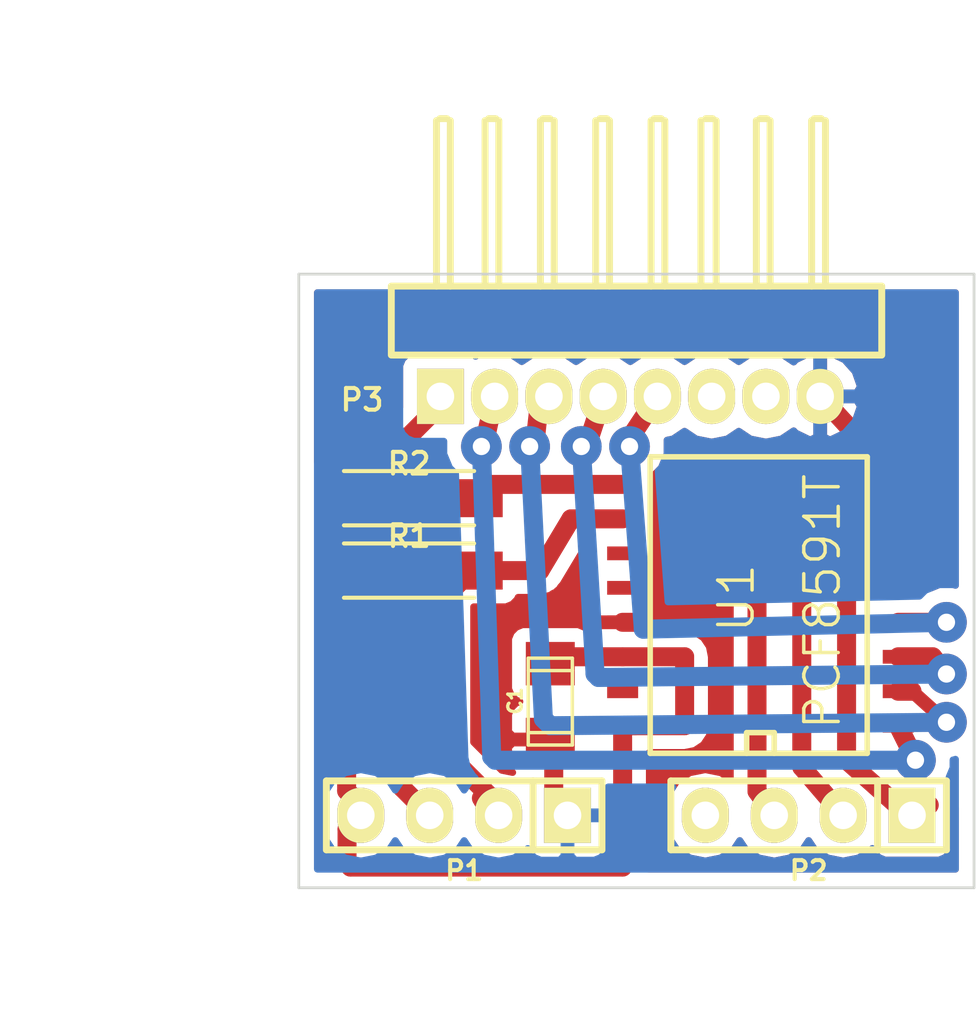
<source format=kicad_pcb>
(kicad_pcb (version 4) (host pcbnew "(2014-08-22 BZR 5089)-product")

  (general
    (links 21)
    (no_connects 0)
    (area 159.87943 89.062 196.064001 128.412001)
    (thickness 1.6)
    (drawings 7)
    (tracks 88)
    (zones 0)
    (modules 7)
    (nets 12)
  )

  (page A4)
  (title_block
    (title "CogleSlave PCF8591T")
  )

  (layers
    (0 F.Cu signal)
    (31 B.Cu signal)
    (32 B.Adhes user)
    (33 F.Adhes user)
    (34 B.Paste user)
    (35 F.Paste user)
    (36 B.SilkS user)
    (37 F.SilkS user)
    (38 B.Mask user)
    (39 F.Mask user)
    (40 Dwgs.User user)
    (41 Cmts.User user)
    (42 Eco1.User user)
    (43 Eco2.User user)
    (44 Edge.Cuts user)
    (45 Margin user)
    (46 B.CrtYd user)
    (47 F.CrtYd user)
    (48 B.Fab user)
    (49 F.Fab user)
  )

  (setup
    (last_trace_width 0.7)
    (trace_clearance 0.254)
    (zone_clearance 0.508)
    (zone_45_only no)
    (trace_min 0.254)
    (segment_width 0.2)
    (edge_width 0.1)
    (via_size 1.5)
    (via_drill 0.635)
    (via_min_size 1.3)
    (via_min_drill 0.508)
    (uvia_size 1.3)
    (uvia_drill 0.127)
    (uvias_allowed no)
    (uvia_min_size 1.2)
    (uvia_min_drill 0.127)
    (pcb_text_width 0.3)
    (pcb_text_size 1.5 1.5)
    (mod_edge_width 0.15)
    (mod_text_size 1 1)
    (mod_text_width 0.15)
    (pad_size 1.5 1.5)
    (pad_drill 0.6)
    (pad_to_mask_clearance 0)
    (aux_axis_origin 0 0)
    (grid_origin 178.308 108.712)
    (visible_elements FFFFFF7F)
    (pcbplotparams
      (layerselection 0x00030_80000001)
      (usegerberextensions false)
      (excludeedgelayer true)
      (linewidth 0.100000)
      (plotframeref false)
      (viasonmask false)
      (mode 1)
      (useauxorigin false)
      (hpglpennumber 1)
      (hpglpenspeed 20)
      (hpglpendiameter 15)
      (hpglpenoverlay 2)
      (psnegative false)
      (psa4output false)
      (plotreference true)
      (plotvalue true)
      (plotinvisibletext false)
      (padsonsilk false)
      (subtractmaskfromsilk false)
      (outputformat 1)
      (mirror false)
      (drillshape 1)
      (scaleselection 1)
      (outputdirectory ../../../../../../Downloads/sample.svg))
  )

  (net 0 "")
  (net 1 +5V)
  (net 2 GND)
  (net 3 /SDA)
  (net 4 /SCL)
  (net 5 /A0)
  (net 6 /A1)
  (net 7 /A2)
  (net 8 /AIN0)
  (net 9 /AIN1)
  (net 10 /AIN2)
  (net 11 /AIN3)

  (net_class Default "これは標準のネット クラスです。"
    (clearance 0.254)
    (trace_width 0.7)
    (via_dia 1.5)
    (via_drill 0.635)
    (uvia_dia 1.3)
    (uvia_drill 0.127)
    (add_net +5V)
    (add_net /A0)
    (add_net /A1)
    (add_net /A2)
    (add_net /AIN0)
    (add_net /AIN1)
    (add_net /AIN2)
    (add_net /AIN3)
    (add_net /SCL)
    (add_net /SDA)
    (add_net GND)
  )

  (module Pin_Headers:Pin_Header_Angled_1x08 (layer F.Cu) (tedit 55A10949) (tstamp 55A0CD2A)
    (at 181.908 103.312)
    (descr "1 pin")
    (tags "CONN DEV")
    (path /55A0C1E1)
    (fp_text reference P3 (at -8.89 0.127) (layer F.SilkS)
      (effects (font (size 0.8 0.8) (thickness 0.15)))
    )
    (fp_text value CONN_01X08 (at 0 0) (layer F.SilkS) hide
      (effects (font (size 1.27 1.27) (thickness 0.2032)))
    )
    (fp_line (start 7.783 -10.233) (end 8.037 -10.233) (layer F.SilkS) (width 0.254))
    (fp_line (start 5.783 -10.233) (end 6.037 -10.233) (layer F.SilkS) (width 0.254))
    (fp_line (start 3.783 -10.233) (end 4.037 -10.233) (layer F.SilkS) (width 0.254))
    (fp_line (start 1.883 -10.233) (end 2.137 -10.233) (layer F.SilkS) (width 0.254))
    (fp_line (start -0.117 -10.233) (end 0.137 -10.233) (layer F.SilkS) (width 0.254))
    (fp_line (start -2.217 -10.233) (end -1.963 -10.233) (layer F.SilkS) (width 0.254))
    (fp_line (start -4.217 -10.233) (end -3.963 -10.233) (layer F.SilkS) (width 0.254))
    (fp_line (start -6.017 -10.233) (end -5.763 -10.233) (layer F.SilkS) (width 0.254))
    (fp_line (start 10.27 -1.524) (end 10.27 -4.064) (layer F.SilkS) (width 0.254))
    (fp_line (start 5.646 -4.064) (end 5.646 -10.16) (layer F.SilkS) (width 0.254))
    (fp_line (start 6.154 -10.16) (end 6.154 -4.064) (layer F.SilkS) (width 0.254))
    (fp_line (start 10.25 -4.064) (end -7.75 -4.064) (layer F.SilkS) (width 0.254))
    (fp_line (start 8.194 -10.16) (end 8.194 -4.064) (layer F.SilkS) (width 0.254))
    (fp_line (start 7.686 -4.064) (end 7.686 -10.16) (layer F.SilkS) (width 0.254))
    (fp_line (start -7.75 -1.524) (end 10.25 -1.524) (layer F.SilkS) (width 0.254))
    (fp_line (start -7.81 -1.524) (end -7.81 -4.064) (layer F.SilkS) (width 0.254))
    (fp_line (start -4.354 -4.064) (end -4.354 -10.16) (layer F.SilkS) (width 0.254))
    (fp_line (start -3.846 -10.16) (end -3.846 -4.064) (layer F.SilkS) (width 0.254))
    (fp_line (start -5.636 -10.16) (end -5.636 -4.064) (layer F.SilkS) (width 0.254))
    (fp_line (start -6.144 -4.064) (end -6.144 -10.16) (layer F.SilkS) (width 0.254))
    (fp_line (start 1.766 -4.064) (end 1.766 -10.16) (layer F.SilkS) (width 0.254))
    (fp_line (start 2.274 -10.16) (end 2.274 -4.064) (layer F.SilkS) (width 0.254))
    (fp_line (start 4.164 -10.16) (end 4.164 -4.064) (layer F.SilkS) (width 0.254))
    (fp_line (start 3.606 -4.064) (end 3.606 -10.16) (layer F.SilkS) (width 0.254))
    (fp_line (start -0.274 -4.064) (end -0.274 -10.16) (layer F.SilkS) (width 0.254))
    (fp_line (start 0.234 -10.16) (end 0.234 -4.064) (layer F.SilkS) (width 0.254))
    (fp_line (start -1.806 -10.16) (end -1.806 -4.064) (layer F.SilkS) (width 0.254))
    (fp_line (start -2.314 -4.064) (end -2.314 -10.16) (layer F.SilkS) (width 0.254))
    (pad 1 thru_hole rect (at -6 0) (size 1.7272 2.032) (drill 1.016) (layers *.Cu *.Mask F.SilkS)
      (net 1 +5V))
    (pad 2 thru_hole oval (at -4 0) (size 1.7272 2.032) (drill 1.016) (layers *.Cu *.Mask F.SilkS)
      (net 8 /AIN0))
    (pad 3 thru_hole oval (at -2 0) (size 1.7272 2.032) (drill 1.016) (layers *.Cu *.Mask F.SilkS)
      (net 9 /AIN1))
    (pad 4 thru_hole oval (at 0 0) (size 1.7272 2.032) (drill 1.016) (layers *.Cu *.Mask F.SilkS)
      (net 10 /AIN2))
    (pad 5 thru_hole oval (at 2 0) (size 1.7272 2.032) (drill 1.016) (layers *.Cu *.Mask F.SilkS)
      (net 11 /AIN3))
    (pad 6 thru_hole oval (at 4 0) (size 1.7272 2.032) (drill 1.016) (layers *.Cu *.Mask F.SilkS))
    (pad 7 thru_hole oval (at 6 0) (size 1.7272 2.032) (drill 1.016) (layers *.Cu *.Mask F.SilkS))
    (pad 8 thru_hole oval (at 8 0) (size 1.7272 2.032) (drill 1.016) (layers *.Cu *.Mask F.SilkS)
      (net 2 GND))
  )

  (module Capacitors_SMD:c_1206 (layer F.Cu) (tedit 55A0CC92) (tstamp 55A0CD0E)
    (at 179.959 114.554 90)
    (descr "SMT capacitor, 1206")
    (path /55A0C363)
    (fp_text reference C1 (at 0.0254 -1.2954 90) (layer F.SilkS)
      (effects (font (size 0.50038 0.50038) (thickness 0.11938)))
    )
    (fp_text value 10μF (at 0 1.27 90) (layer F.SilkS) hide
      (effects (font (size 0.50038 0.50038) (thickness 0.11938)))
    )
    (fp_line (start 1.143 0.8128) (end 1.143 -0.8128) (layer F.SilkS) (width 0.127))
    (fp_line (start -1.143 -0.8128) (end -1.143 0.8128) (layer F.SilkS) (width 0.127))
    (fp_line (start -1.6002 -0.8128) (end -1.6002 0.8128) (layer F.SilkS) (width 0.127))
    (fp_line (start -1.6002 0.8128) (end 1.6002 0.8128) (layer F.SilkS) (width 0.127))
    (fp_line (start 1.6002 0.8128) (end 1.6002 -0.8128) (layer F.SilkS) (width 0.127))
    (fp_line (start 1.6002 -0.8128) (end -1.6002 -0.8128) (layer F.SilkS) (width 0.127))
    (pad 1 smd rect (at 1.397 0 90) (size 1.6002 1.8034) (layers F.Cu F.Paste F.Mask)
      (net 1 +5V))
    (pad 2 smd rect (at -1.397 0 90) (size 1.6002 1.8034) (layers F.Cu F.Paste F.Mask)
      (net 2 GND))
    (model smd/capacitors/c_1206.wrl
      (at (xyz 0 0 0))
      (scale (xyz 1 1 1))
      (rotate (xyz 0 0 0))
    )
  )

  (module Pin_Headers:Pin_Header_Straight_1x04 (layer F.Cu) (tedit 55A108E1) (tstamp 55A0CD16)
    (at 176.784 118.745 180)
    (descr "1 pin")
    (tags "CONN DEV")
    (path /55A0C1B0)
    (fp_text reference P1 (at 0 -2.032 180) (layer F.SilkS)
      (effects (font (size 0.7 0.7) (thickness 0.15)))
    )
    (fp_text value CONN_01X04 (at 0 0 180) (layer F.SilkS) hide
      (effects (font (size 1.27 1.27) (thickness 0.2032)))
    )
    (fp_line (start -2.54 1.27) (end 5.08 1.27) (layer F.SilkS) (width 0.254))
    (fp_line (start -2.54 -1.27) (end 5.08 -1.27) (layer F.SilkS) (width 0.254))
    (fp_line (start -5.08 -1.27) (end -2.54 -1.27) (layer F.SilkS) (width 0.254))
    (fp_line (start 5.08 1.27) (end 5.08 -1.27) (layer F.SilkS) (width 0.254))
    (fp_line (start -2.54 -1.27) (end -2.54 1.27) (layer F.SilkS) (width 0.254))
    (fp_line (start -5.08 -1.27) (end -5.08 1.27) (layer F.SilkS) (width 0.254))
    (fp_line (start -5.08 1.27) (end -2.54 1.27) (layer F.SilkS) (width 0.254))
    (pad 1 thru_hole rect (at -3.81 0 180) (size 1.7272 2.032) (drill 1.016) (layers *.Cu *.Mask F.SilkS)
      (net 2 GND))
    (pad 2 thru_hole oval (at -1.27 0 180) (size 1.7272 2.032) (drill 1.016) (layers *.Cu *.Mask F.SilkS)
      (net 4 /SCL))
    (pad 3 thru_hole oval (at 1.27 0 180) (size 1.7272 2.032) (drill 1.016) (layers *.Cu *.Mask F.SilkS)
      (net 3 /SDA))
    (pad 4 thru_hole oval (at 3.81 0 180) (size 1.7272 2.032) (drill 1.016) (layers *.Cu *.Mask F.SilkS)
      (net 1 +5V))
    (model Pin_Headers/Pin_Header_Straight_1x04.wrl
      (at (xyz 0 0 0))
      (scale (xyz 1 1 1))
      (rotate (xyz 0 0 0))
    )
  )

  (module Pin_Headers:Pin_Header_Straight_1x04 (layer F.Cu) (tedit 55A108EC) (tstamp 55A37796)
    (at 189.484 118.745 180)
    (descr "1 pin")
    (tags "CONN DEV")
    (path /55A0DC1F)
    (fp_text reference P2 (at 0 -2.032 180) (layer F.SilkS)
      (effects (font (size 0.7 0.7) (thickness 0.15)))
    )
    (fp_text value CONN_01X04 (at 0 0 180) (layer F.SilkS) hide
      (effects (font (size 1.27 1.27) (thickness 0.2032)))
    )
    (fp_line (start -2.54 1.27) (end 5.08 1.27) (layer F.SilkS) (width 0.254))
    (fp_line (start -2.54 -1.27) (end 5.08 -1.27) (layer F.SilkS) (width 0.254))
    (fp_line (start -5.08 -1.27) (end -2.54 -1.27) (layer F.SilkS) (width 0.254))
    (fp_line (start 5.08 1.27) (end 5.08 -1.27) (layer F.SilkS) (width 0.254))
    (fp_line (start -2.54 -1.27) (end -2.54 1.27) (layer F.SilkS) (width 0.254))
    (fp_line (start -5.08 -1.27) (end -5.08 1.27) (layer F.SilkS) (width 0.254))
    (fp_line (start -5.08 1.27) (end -2.54 1.27) (layer F.SilkS) (width 0.254))
    (pad 1 thru_hole rect (at -3.81 0 180) (size 1.7272 2.032) (drill 1.016) (layers *.Cu *.Mask F.SilkS)
      (net 5 /A0))
    (pad 2 thru_hole oval (at -1.27 0 180) (size 1.7272 2.032) (drill 1.016) (layers *.Cu *.Mask F.SilkS)
      (net 6 /A1))
    (pad 3 thru_hole oval (at 1.27 0 180) (size 1.7272 2.032) (drill 1.016) (layers *.Cu *.Mask F.SilkS)
      (net 7 /A2))
    (pad 4 thru_hole oval (at 3.81 0 180) (size 1.7272 2.032) (drill 1.016) (layers *.Cu *.Mask F.SilkS))
    (model Pin_Headers/Pin_Header_Straight_1x04.wrl
      (at (xyz 0 0 0))
      (scale (xyz 1 1 1))
      (rotate (xyz 0 0 0))
    )
  )

  (module Resistors_SMD:R_1206_HandSoldering (layer F.Cu) (tedit 55A10967) (tstamp 55A0E1A2)
    (at 174.752 109.728)
    (descr "Resistor, SMD, 1206, HandSoldering,")
    (tags "Resistor, SMD, 1206, Hand soldering,")
    (path /55A0C829)
    (attr smd)
    (fp_text reference R1 (at 0 -1.27) (layer F.SilkS)
      (effects (font (size 0.8 0.8) (thickness 0.15)))
    )
    (fp_text value 10k (at 0 1.8) (layer F.SilkS) hide
      (effects (font (size 1 1) (thickness 0.2)))
    )
    (fp_circle (center 0 0) (end 0.2 0) (layer F.Adhes) (width 0.5))
    (fp_line (start -2.4 1) (end 2.4 1) (layer F.SilkS) (width 0.15))
    (fp_line (start -2.4 -1) (end 2.4 -1) (layer F.SilkS) (width 0.15))
    (pad 1 smd rect (at -2.30124 0) (size 2.30124 1.39954) (layers F.Cu F.Paste F.Mask)
      (net 1 +5V))
    (pad 2 smd rect (at 2.30124 0) (size 2.30124 1.39954) (layers F.Cu F.Paste F.Mask)
      (net 4 /SCL))
  )

  (module Resistors_SMD:R_1206_HandSoldering (layer F.Cu) (tedit 55A1095B) (tstamp 55A0CD36)
    (at 174.752 107.061)
    (descr "Resistor, SMD, 1206, HandSoldering,")
    (tags "Resistor, SMD, 1206, Hand soldering,")
    (path /55A0C863)
    (attr smd)
    (fp_text reference R2 (at 0 -1.27) (layer F.SilkS)
      (effects (font (size 0.8 0.8) (thickness 0.15)))
    )
    (fp_text value 10k (at 0 1.8) (layer F.SilkS) hide
      (effects (font (size 1 1) (thickness 0.2)))
    )
    (fp_circle (center 0 0) (end 0.2 0) (layer F.Adhes) (width 0.5))
    (fp_line (start -2.4 1) (end 2.4 1) (layer F.SilkS) (width 0.15))
    (fp_line (start -2.4 -1) (end 2.4 -1) (layer F.SilkS) (width 0.15))
    (pad 1 smd rect (at -2.30124 0) (size 2.30124 1.39954) (layers F.Cu F.Paste F.Mask)
      (net 1 +5V))
    (pad 2 smd rect (at 2.30124 0) (size 2.30124 1.39954) (layers F.Cu F.Paste F.Mask)
      (net 3 /SDA))
  )

  (module SMD_Packages:SO-16-W (layer F.Cu) (tedit 55A0CDDF) (tstamp 55A0D478)
    (at 187.706 110.998 90)
    (descr "Module CMS SOJ 16 pins tres large")
    (tags "CMS SOJ")
    (path /55A0C14B)
    (attr smd)
    (fp_text reference U1 (at 0.254 -0.889 90) (layer F.SilkS)
      (effects (font (size 1.27 1.27) (thickness 0.127)))
    )
    (fp_text value PCF8591T (at 0.127 2.286 90) (layer F.SilkS)
      (effects (font (size 1.27 1.27) (thickness 0.127)))
    )
    (fp_line (start -5.461 3.937) (end -5.461 -4.064) (layer F.SilkS) (width 0.2032))
    (fp_line (start 5.461 -4.064) (end 5.461 3.937) (layer F.SilkS) (width 0.2032))
    (fp_line (start -5.461 -4.064) (end 5.461 -4.064) (layer F.SilkS) (width 0.2032))
    (fp_line (start 5.461 3.937) (end -5.461 3.937) (layer F.SilkS) (width 0.2032))
    (fp_line (start -5.461 -0.508) (end -4.699 -0.508) (layer F.SilkS) (width 0.2032))
    (fp_line (start -4.699 -0.508) (end -4.699 0.508) (layer F.SilkS) (width 0.2032))
    (fp_line (start -4.699 0.508) (end -5.461 0.508) (layer F.SilkS) (width 0.2032))
    (pad 1 smd rect (at -4.445 5.08 90) (size 0.508 1.143) (layers F.Cu F.Paste F.Mask)
      (net 8 /AIN0))
    (pad 2 smd rect (at -3.175 5.08 90) (size 0.508 1.143) (layers F.Cu F.Paste F.Mask)
      (net 9 /AIN1))
    (pad 3 smd rect (at -1.905 5.08 90) (size 0.508 1.143) (layers F.Cu F.Paste F.Mask)
      (net 10 /AIN2))
    (pad 4 smd rect (at -0.635 5.08 90) (size 0.508 1.143) (layers F.Cu F.Paste F.Mask)
      (net 11 /AIN3))
    (pad 5 smd rect (at 0.635 5.08 90) (size 0.508 1.143) (layers F.Cu F.Paste F.Mask)
      (net 5 /A0))
    (pad 6 smd rect (at 1.905 5.08 90) (size 0.508 1.143) (layers F.Cu F.Paste F.Mask)
      (net 6 /A1))
    (pad 7 smd rect (at 3.175 5.08 90) (size 0.508 1.143) (layers F.Cu F.Paste F.Mask)
      (net 7 /A2))
    (pad 8 smd rect (at 4.445 5.08 90) (size 0.508 1.143) (layers F.Cu F.Paste F.Mask)
      (net 2 GND))
    (pad 9 smd rect (at 4.445 -5.08 90) (size 0.508 1.143) (layers F.Cu F.Paste F.Mask)
      (net 3 /SDA))
    (pad 10 smd rect (at 3.175 -5.08 90) (size 0.508 1.143) (layers F.Cu F.Paste F.Mask)
      (net 4 /SCL))
    (pad 11 smd rect (at 1.905 -5.08 90) (size 0.508 1.143) (layers F.Cu F.Paste F.Mask))
    (pad 12 smd rect (at 0.635 -5.08 90) (size 0.508 1.143) (layers F.Cu F.Paste F.Mask))
    (pad 13 smd rect (at -0.635 -5.08 90) (size 0.508 1.143) (layers F.Cu F.Paste F.Mask)
      (net 2 GND))
    (pad 14 smd rect (at -1.905 -5.08 90) (size 0.508 1.143) (layers F.Cu F.Paste F.Mask)
      (net 1 +5V))
    (pad 15 smd rect (at -3.175 -5.08 90) (size 0.508 1.143) (layers F.Cu F.Paste F.Mask))
    (pad 16 smd rect (at -4.445 -5.08 90) (size 0.508 1.143) (layers F.Cu F.Paste F.Mask)
      (net 1 +5V))
    (model smd/cms_so16.wrl
      (at (xyz 0 0 0))
      (scale (xyz 0.5 0.6 0.5))
      (rotate (xyz 0 0 0))
    )
  )

  (gr_line (start 195.58 98.806) (end 195.58 121.412) (angle 90) (layer Edge.Cuts) (width 0.1))
  (gr_line (start 170.688 121.412) (end 170.688 98.806) (angle 90) (layer Edge.Cuts) (width 0.1))
  (dimension 20 (width 0.3) (layer Dwgs.User)
    (gr_text 20.000mm (at 182.908 90.562) (layer Dwgs.User)
      (effects (font (size 1.5 1.5) (thickness 0.3)))
    )
    (feature1 (pts (xy 192.908 92.712) (xy 192.908 89.212)))
    (feature2 (pts (xy 172.908 92.712) (xy 172.908 89.212)))
    (crossbar (pts (xy 172.908 91.912) (xy 192.908 91.912)))
    (arrow1a (pts (xy 192.908 91.912) (xy 191.781496 92.498421)))
    (arrow1b (pts (xy 192.908 91.912) (xy 191.781496 91.325579)))
    (arrow2a (pts (xy 172.908 91.912) (xy 174.034504 92.498421)))
    (arrow2b (pts (xy 172.908 91.912) (xy 174.034504 91.325579)))
  )
  (dimension 25 (width 0.3) (layer Dwgs.User)
    (gr_text 25.000mm (at 182.808 127.062) (layer Dwgs.User)
      (effects (font (size 1.5 1.5) (thickness 0.3)))
    )
    (feature1 (pts (xy 195.308 122.712) (xy 195.308 128.412)))
    (feature2 (pts (xy 170.308 122.712) (xy 170.308 128.412)))
    (crossbar (pts (xy 170.308 125.712) (xy 195.308 125.712)))
    (arrow1a (pts (xy 195.308 125.712) (xy 194.181496 126.298421)))
    (arrow1b (pts (xy 195.308 125.712) (xy 194.181496 125.125579)))
    (arrow2a (pts (xy 170.308 125.712) (xy 171.434504 126.298421)))
    (arrow2b (pts (xy 170.308 125.712) (xy 171.434504 125.125579)))
  )
  (dimension 23 (width 0.3) (layer Dwgs.User)
    (gr_text 23.000mm (at 165.958 110.212 270) (layer Dwgs.User)
      (effects (font (size 1.5 1.5) (thickness 0.3)))
    )
    (feature1 (pts (xy 169.308 121.712) (xy 164.608 121.712)))
    (feature2 (pts (xy 169.308 98.712) (xy 164.608 98.712)))
    (crossbar (pts (xy 167.308 98.712) (xy 167.308 121.712)))
    (arrow1a (pts (xy 167.308 121.712) (xy 166.721579 120.585496)))
    (arrow1b (pts (xy 167.308 121.712) (xy 167.894421 120.585496)))
    (arrow2a (pts (xy 167.308 98.712) (xy 166.721579 99.838504)))
    (arrow2b (pts (xy 167.308 98.712) (xy 167.894421 99.838504)))
  )
  (gr_line (start 195.58 121.412) (end 170.688 121.412) (angle 90) (layer Edge.Cuts) (width 0.1))
  (gr_line (start 170.688 98.806) (end 195.58 98.806) (angle 90) (layer Edge.Cuts) (width 0.1))

  (segment (start 172.974 118.745) (end 172.974 118.364) (width 0.7) (layer F.Cu) (net 1) (status 30))
  (segment (start 172.974 118.364) (end 172.45076 117.84076) (width 0.7) (layer F.Cu) (net 1) (tstamp 55AF2C65) (status 10))
  (segment (start 172.45076 117.84076) (end 172.45076 109.728) (width 0.7) (layer F.Cu) (net 1) (tstamp 55AF2C66) (status 20))
  (segment (start 182.626 115.443) (end 182.626 120.65) (width 0.7) (layer F.Cu) (net 1) (status 10))
  (segment (start 172.466 120.523) (end 172.466 119.253) (width 0.7) (layer F.Cu) (net 1) (tstamp 55AF2C61) (status 20))
  (segment (start 172.593 120.65) (end 172.466 120.523) (width 0.7) (layer F.Cu) (net 1) (tstamp 55AF2C60))
  (segment (start 182.626 120.65) (end 172.593 120.65) (width 0.7) (layer F.Cu) (net 1) (tstamp 55AF2C5F))
  (segment (start 172.466 119.253) (end 172.974 118.745) (width 0.7) (layer F.Cu) (net 1) (tstamp 55AF2C62) (status 30))
  (segment (start 182.626 115.443) (end 184.912 115.443) (width 0.7) (layer F.Cu) (net 1) (status 10))
  (segment (start 184.912 112.903) (end 182.626 112.903) (width 0.7) (layer F.Cu) (net 1) (tstamp 55A37C92) (status 20))
  (segment (start 184.912 115.443) (end 184.912 112.903) (width 0.7) (layer F.Cu) (net 1) (tstamp 55A37C8F))
  (segment (start 172.45076 107.061) (end 172.466 107.061) (width 0.7) (layer F.Cu) (net 1) (status 80030))
  (segment (start 172.466 107.061) (end 175.895 103.632) (width 0.7) (layer F.Cu) (net 1) (status 80030))
  (segment (start 175.895 103.632) (end 175.895 103.251) (width 0.7) (layer F.Cu) (net 1) (status 80030))
  (segment (start 175.895 103.251) (end 175.908 103.312) (width 0.7) (layer F.Cu) (net 1) (tstamp 55A37614) (status 80030))
  (segment (start 172.45076 109.728) (end 172.466 109.728) (width 0.7) (layer F.Cu) (net 1) (status 80030))
  (segment (start 182.626 112.903) (end 180.213 112.903) (width 0.7) (layer F.Cu) (net 1) (status 80030))
  (segment (start 180.213 112.903) (end 179.959 113.157) (width 0.7) (layer F.Cu) (net 1) (status 80030))
  (segment (start 172.466 109.728) (end 172.466 107.061) (width 0.7) (layer F.Cu) (net 1) (status 80030))
  (segment (start 182.626 115.443) (end 183.134 115.443) (width 0.7) (layer F.Cu) (net 1) (status 80030))
  (segment (start 183.134 111.633) (end 182.626 111.633) (width 0.7) (layer F.Cu) (net 2) (status 80030))
  (segment (start 189.908 103.312) (end 189.865 103.251) (width 0.7) (layer F.Cu) (net 2) (status 80030))
  (segment (start 189.865 103.251) (end 192.786 106.426) (width 0.7) (layer F.Cu) (net 2) (status 80030))
  (segment (start 192.786 106.426) (end 192.786 106.553) (width 0.7) (layer F.Cu) (net 2) (status 80030))
  (segment (start 179.959 115.951) (end 180.086 116.205) (width 0.7) (layer F.Cu) (net 2) (status 80030))
  (segment (start 180.086 116.205) (end 180.086 118.872) (width 0.7) (layer F.Cu) (net 2) (status 80030))
  (segment (start 177.05324 107.061) (end 174.752 107.061) (width 0.7) (layer F.Cu) (net 3) (status 10))
  (segment (start 174.498 117.729) (end 175.514 118.745) (width 0.7) (layer F.Cu) (net 3) (tstamp 55AF2C71) (status 20))
  (segment (start 174.498 107.315) (end 174.498 117.729) (width 0.7) (layer F.Cu) (net 3) (tstamp 55AF2C70))
  (segment (start 174.752 107.061) (end 174.498 107.315) (width 0.7) (layer F.Cu) (net 3) (tstamp 55AF2C6F))
  (segment (start 182.626 106.553) (end 177.56124 106.553) (width 0.7) (layer F.Cu) (net 3) (status 30))
  (segment (start 177.56124 106.553) (end 177.05324 107.061) (width 0.7) (layer F.Cu) (net 3) (tstamp 55A37883) (status 30))
  (segment (start 177.05324 107.061) (end 176.784 107.061) (width 0.7) (layer F.Cu) (net 3) (status 80030))
  (segment (start 178.054 118.745) (end 178.054 118.364) (width 0.7) (layer F.Cu) (net 4) (status 30))
  (segment (start 178.054 118.364) (end 176.149 116.459) (width 0.7) (layer F.Cu) (net 4) (tstamp 55AF2C69) (status 10))
  (segment (start 176.149 110.63224) (end 177.05324 109.728) (width 0.7) (layer F.Cu) (net 4) (tstamp 55AF2C6B) (status 20))
  (segment (start 176.149 116.459) (end 176.149 110.63224) (width 0.7) (layer F.Cu) (net 4) (tstamp 55AF2C6A))
  (segment (start 182.626 107.823) (end 180.721 107.823) (width 0.7) (layer F.Cu) (net 4) (status 10))
  (segment (start 179.578 109.728) (end 177.05324 109.728) (width 0.7) (layer F.Cu) (net 4) (tstamp 55A3789C) (status 20))
  (segment (start 180.721 107.823) (end 179.578 109.728) (width 0.7) (layer F.Cu) (net 4) (tstamp 55A3788C))
  (segment (start 178.054 118.745) (end 177.8 118.745) (width 0.7) (layer F.Cu) (net 4) (status 30))
  (segment (start 177.8 118.745) (end 177.419 118.11) (width 0.7) (layer F.Cu) (net 4) (tstamp 55A37841) (status 30))
  (segment (start 177.05324 109.728) (end 177.038 109.728) (width 0.7) (layer F.Cu) (net 4) (status 80030))
  (segment (start 193.294 118.745) (end 193.167 118.745) (width 0.7) (layer F.Cu) (net 5) (status 30))
  (segment (start 193.167 118.745) (end 190.881 116.713) (width 0.7) (layer F.Cu) (net 5) (tstamp 55A377E5) (status 10))
  (segment (start 190.881 116.713) (end 190.881 110.363) (width 0.7) (layer F.Cu) (net 5) (tstamp 55A377F4))
  (segment (start 190.881 110.363) (end 192.786 110.363) (width 0.7) (layer F.Cu) (net 5) (tstamp 55A377FA) (status 20))
  (segment (start 193.548 118.745) (end 193.929 118.364) (width 0.7) (layer F.Cu) (net 5) (status 80030))
  (segment (start 192.786 109.093) (end 189.23 109.093) (width 0.7) (layer F.Cu) (net 6) (status 10))
  (segment (start 189.23 116.967) (end 190.754 118.745) (width 0.7) (layer F.Cu) (net 6) (tstamp 55A377BA) (status 20))
  (segment (start 189.23 109.093) (end 189.23 116.967) (width 0.7) (layer F.Cu) (net 6) (tstamp 55A377B7))
  (segment (start 192.786 107.823) (end 187.706 107.823) (width 0.7) (layer F.Cu) (net 7) (status 10))
  (segment (start 187.579 117.856) (end 188.214 118.745) (width 0.7) (layer F.Cu) (net 7) (tstamp 55A377A8) (status 20))
  (segment (start 187.579 107.95) (end 187.579 117.856) (width 0.7) (layer F.Cu) (net 7) (tstamp 55A377A7))
  (segment (start 187.706 107.823) (end 187.579 107.95) (width 0.7) (layer F.Cu) (net 7) (tstamp 55A377A6))
  (segment (start 192.786 115.443) (end 193.421 116.713) (width 0.7) (layer F.Cu) (net 8) (status 10))
  (segment (start 177.527 105.048) (end 177.908 103.312) (width 0.7) (layer F.Cu) (net 8) (tstamp 55A379FC) (status 20))
  (segment (start 177.419 105.156) (end 177.527 105.048) (width 0.7) (layer F.Cu) (net 8) (tstamp 55A379FB))
  (via (at 177.419 105.156) (size 1.5) (layers F.Cu B.Cu) (net 8))
  (segment (start 177.8 116.586) (end 177.419 105.156) (width 0.7) (layer B.Cu) (net 8) (tstamp 55A379F5))
  (segment (start 177.927 116.713) (end 177.8 116.586) (width 0.7) (layer B.Cu) (net 8) (tstamp 55A379D8))
  (segment (start 193.421 116.713) (end 177.927 116.713) (width 0.7) (layer B.Cu) (net 8) (tstamp 55A379D7))
  (via (at 193.421 116.713) (size 1.5) (layers F.Cu B.Cu) (net 8))
  (segment (start 192.786 114.173) (end 193.294 114.173) (width 0.7) (layer F.Cu) (net 9) (status 30))
  (segment (start 193.294 114.173) (end 194.564 115.316) (width 0.5) (layer F.Cu) (net 9) (tstamp 55A37A54) (status 10))
  (via (at 194.564 115.316) (size 1.5) (layers F.Cu B.Cu) (net 9))
  (segment (start 194.564 115.316) (end 179.959 115.443) (width 0.7) (layer B.Cu) (net 9) (tstamp 55A37A5A))
  (segment (start 179.959 115.443) (end 179.705 115.189) (width 0.7) (layer B.Cu) (net 9) (tstamp 55A37A5B))
  (segment (start 179.705 115.189) (end 179.197 105.156) (width 0.7) (layer B.Cu) (net 9) (tstamp 55A37A67))
  (via (at 179.197 105.156) (size 1.5) (layers F.Cu B.Cu) (net 9))
  (segment (start 179.197 105.156) (end 179.4 104.953) (width 0.7) (layer F.Cu) (net 9) (tstamp 55A37A76))
  (segment (start 179.4 104.953) (end 179.578 103.378) (width 0.7) (layer F.Cu) (net 9) (tstamp 55A37A77) (status 20))
  (segment (start 192.786 112.903) (end 194.056 112.903) (width 0.7) (layer F.Cu) (net 10) (status 10))
  (segment (start 181.4 104.858) (end 181.908 103.312) (width 0.7) (layer F.Cu) (net 10) (tstamp 55A37AA5) (status 20))
  (segment (start 181.102 105.156) (end 181.4 104.858) (width 0.7) (layer F.Cu) (net 10) (tstamp 55A37AA4))
  (via (at 181.102 105.156) (size 1.5) (layers F.Cu B.Cu) (net 10))
  (segment (start 181.61 113.538) (end 181.102 105.156) (width 0.7) (layer B.Cu) (net 10) (tstamp 55A37A9D))
  (segment (start 181.737 113.665) (end 181.61 113.538) (width 0.7) (layer B.Cu) (net 10) (tstamp 55A37A96))
  (segment (start 194.564 113.538) (end 181.737 113.665) (width 0.7) (layer B.Cu) (net 10) (tstamp 55A37A95))
  (via (at 194.564 113.538) (size 1.5) (layers F.Cu B.Cu) (net 10))
  (segment (start 194.056 112.903) (end 194.564 113.538) (width 0.7) (layer F.Cu) (net 10) (tstamp 55A37A8B))
  (segment (start 192.786 111.633) (end 194.564 111.633) (width 0.7) (layer F.Cu) (net 11) (status 10))
  (segment (start 182.765 105.041) (end 183.908 103.312) (width 0.7) (layer F.Cu) (net 11) (tstamp 55A37ABF) (status 20))
  (segment (start 182.88 105.156) (end 182.765 105.041) (width 0.7) (layer F.Cu) (net 11) (tstamp 55A37ABE))
  (via (at 182.88 105.156) (size 1.5) (layers F.Cu B.Cu) (net 11))
  (segment (start 183.388 111.887) (end 182.88 105.156) (width 0.7) (layer B.Cu) (net 11) (tstamp 55A37AB0))
  (segment (start 194.564 111.633) (end 183.388 111.887) (width 0.7) (layer B.Cu) (net 11) (tstamp 55A37AAF))
  (via (at 194.564 111.633) (size 1.5) (layers F.Cu B.Cu) (net 11))

  (zone (net 2) (net_name GND) (layer F.Cu) (tstamp 55A0E1BF) (hatch edge 0.508)
    (connect_pads (clearance 0.508))
    (min_thickness 0.254)
    (fill yes (arc_segments 16) (thermal_gap 0.508) (thermal_bridge_width 0.508))
    (polygon
      (pts
        (xy 195.58 121.412) (xy 170.688 121.412) (xy 170.688 98.806) (xy 195.58 98.806)
      )
    )
    (filled_polygon
      (pts
        (xy 180.741 118.872) (xy 180.721 118.872) (xy 180.721 118.892) (xy 180.467 118.892) (xy 180.467 118.872)
        (xy 180.447 118.872) (xy 180.447 118.618) (xy 180.467 118.618) (xy 180.467 118.598) (xy 180.721 118.598)
        (xy 180.721 118.618) (xy 180.741 118.618) (xy 180.741 118.872)
      )
    )
    (filled_polygon
      (pts
        (xy 194.895 120.727) (xy 183.595683 120.727) (xy 183.611 120.65) (xy 183.611 116.428) (xy 184.912 116.428)
        (xy 185.288943 116.353021) (xy 185.6085 116.1395) (xy 185.822021 115.819943) (xy 185.897 115.443) (xy 185.897 112.903)
        (xy 185.822021 112.526057) (xy 185.6085 112.2065) (xy 185.288943 111.992979) (xy 184.912 111.918) (xy 183.83175 111.918)
        (xy 183.67375 111.76) (xy 182.753 111.76) (xy 182.753 111.78) (xy 182.499 111.78) (xy 182.499 111.76)
        (xy 181.57825 111.76) (xy 181.42025 111.918) (xy 181.319825 111.918) (xy 181.220399 111.818573) (xy 180.98701 111.7219)
        (xy 180.734391 111.7219) (xy 178.930991 111.7219) (xy 178.697602 111.818573) (xy 178.518973 111.997201) (xy 178.4223 112.23059)
        (xy 178.4223 112.483209) (xy 178.4223 114.083409) (xy 178.518973 114.316798) (xy 178.697601 114.495427) (xy 178.839008 114.554)
        (xy 178.697601 114.612573) (xy 178.518973 114.791202) (xy 178.4223 115.024591) (xy 178.4223 115.66525) (xy 178.58105 115.824)
        (xy 179.832 115.824) (xy 179.832 115.804) (xy 180.086 115.804) (xy 180.086 115.824) (xy 180.106 115.824)
        (xy 180.106 116.078) (xy 180.086 116.078) (xy 180.086 116.098) (xy 179.832 116.098) (xy 179.832 116.078)
        (xy 178.58105 116.078) (xy 178.4223 116.23675) (xy 178.4223 116.877409) (xy 178.518973 117.110798) (xy 178.573081 117.164906)
        (xy 178.167164 117.084164) (xy 177.134 116.051) (xy 177.134 111.06277) (xy 178.330169 111.06277) (xy 178.563558 110.966097)
        (xy 178.742187 110.787469) (xy 178.773033 110.713) (xy 179.578 110.713) (xy 179.696362 110.689456) (xy 179.816898 110.68359)
        (xy 179.883115 110.652308) (xy 179.954943 110.638021) (xy 180.055283 110.570975) (xy 180.164401 110.519428) (xy 180.213607 110.465186)
        (xy 180.2745 110.4245) (xy 180.341544 110.32416) (xy 180.422631 110.234778) (xy 181.278697 108.808) (xy 181.4195 108.808)
        (xy 181.4195 108.965309) (xy 181.4195 109.473309) (xy 181.516173 109.706698) (xy 181.537474 109.727999) (xy 181.516173 109.749301)
        (xy 181.4195 109.98269) (xy 181.4195 110.235309) (xy 181.4195 110.743309) (xy 181.516173 110.976698) (xy 181.537474 110.998)
        (xy 181.516173 111.019302) (xy 181.4195 111.252691) (xy 181.4195 111.34725) (xy 181.57825 111.506) (xy 182.499 111.506)
        (xy 182.499 111.486) (xy 182.753 111.486) (xy 182.753 111.506) (xy 183.67375 111.506) (xy 183.8325 111.34725)
        (xy 183.8325 111.252691) (xy 183.735827 111.019302) (xy 183.714525 110.998) (xy 183.735827 110.976699) (xy 183.8325 110.74331)
        (xy 183.8325 110.490691) (xy 183.8325 109.982691) (xy 183.735827 109.749302) (xy 183.714525 109.728) (xy 183.735827 109.706699)
        (xy 183.8325 109.47331) (xy 183.8325 109.220691) (xy 183.8325 108.712691) (xy 183.735827 108.479302) (xy 183.714525 108.458)
        (xy 183.735827 108.436699) (xy 183.8325 108.20331) (xy 183.8325 107.950691) (xy 183.8325 107.442691) (xy 183.735827 107.209302)
        (xy 183.714525 107.188) (xy 183.735827 107.166699) (xy 183.8325 106.93331) (xy 183.8325 106.680691) (xy 183.8325 106.172691)
        (xy 183.829408 106.165226) (xy 184.053461 105.941564) (xy 184.264759 105.432702) (xy 184.265202 104.924292) (xy 184.481489 104.881271)
        (xy 184.908 104.596285) (xy 185.334511 104.881271) (xy 185.908 104.995345) (xy 186.481489 104.881271) (xy 186.908 104.596285)
        (xy 187.334511 104.881271) (xy 187.908 104.995345) (xy 188.481489 104.881271) (xy 188.932168 104.580136) (xy 189.005964 104.662732)
        (xy 189.533209 104.916709) (xy 189.548974 104.919358) (xy 189.781 104.798217) (xy 189.781 103.439) (xy 189.761 103.439)
        (xy 189.761 103.185) (xy 189.781 103.185) (xy 189.781 101.825783) (xy 189.548974 101.704642) (xy 189.533209 101.707291)
        (xy 189.005964 101.961268) (xy 188.932168 102.043863) (xy 188.481489 101.742729) (xy 187.908 101.628655) (xy 187.334511 101.742729)
        (xy 186.908 102.027714) (xy 186.481489 101.742729) (xy 185.908 101.628655) (xy 185.334511 101.742729) (xy 184.908 102.027714)
        (xy 184.481489 101.742729) (xy 183.908 101.628655) (xy 183.334511 101.742729) (xy 182.908 102.027714) (xy 182.481489 101.742729)
        (xy 181.908 101.628655) (xy 181.334511 101.742729) (xy 180.908 102.027714) (xy 180.481489 101.742729) (xy 179.908 101.628655)
        (xy 179.334511 101.742729) (xy 178.908 102.027714) (xy 178.481489 101.742729) (xy 177.908 101.628655) (xy 177.334511 101.742729)
        (xy 177.203735 101.83011) (xy 177.131299 101.757673) (xy 176.89791 101.661) (xy 176.645291 101.661) (xy 174.918091 101.661)
        (xy 174.684702 101.757673) (xy 174.506073 101.936301) (xy 174.4094 102.16969) (xy 174.4094 102.422309) (xy 174.4094 103.7246)
        (xy 172.40777 105.72623) (xy 171.373 105.72623) (xy 171.373 99.491) (xy 194.895 99.491) (xy 194.895 110.270787)
        (xy 194.840702 110.248241) (xy 194.289715 110.24776) (xy 193.9925 110.370566) (xy 193.9925 109.982691) (xy 193.895827 109.749302)
        (xy 193.874525 109.728) (xy 193.895827 109.706699) (xy 193.9925 109.47331) (xy 193.9925 109.220691) (xy 193.9925 108.712691)
        (xy 193.895827 108.479302) (xy 193.874525 108.458) (xy 193.895827 108.436699) (xy 193.9925 108.20331) (xy 193.9925 107.950691)
        (xy 193.9925 107.442691) (xy 193.895827 107.209302) (xy 193.874525 107.188) (xy 193.895827 107.166698) (xy 193.9925 106.933309)
        (xy 193.9925 106.83875) (xy 193.9925 106.26725) (xy 193.9925 106.172691) (xy 193.895827 105.939302) (xy 193.717199 105.760673)
        (xy 193.48381 105.664) (xy 193.231191 105.664) (xy 193.07175 105.664) (xy 192.913 105.82275) (xy 192.913 106.426)
        (xy 193.83375 106.426) (xy 193.9925 106.26725) (xy 193.9925 106.83875) (xy 193.83375 106.68) (xy 192.913 106.68)
        (xy 192.913 106.7) (xy 192.659 106.7) (xy 192.659 106.68) (xy 192.659 106.426) (xy 192.659 105.82275)
        (xy 192.50025 105.664) (xy 192.340809 105.664) (xy 192.08819 105.664) (xy 191.854801 105.760673) (xy 191.676173 105.939302)
        (xy 191.5795 106.172691) (xy 191.5795 106.26725) (xy 191.73825 106.426) (xy 192.659 106.426) (xy 192.659 106.68)
        (xy 191.73825 106.68) (xy 191.58025 106.838) (xy 191.393184 106.838) (xy 191.393184 103.673913) (xy 191.393184 102.950087)
        (xy 191.199954 102.39768) (xy 190.810036 101.961268) (xy 190.282791 101.707291) (xy 190.267026 101.704642) (xy 190.035 101.825783)
        (xy 190.035 103.185) (xy 191.248924 103.185) (xy 191.393184 102.950087) (xy 191.393184 103.673913) (xy 191.248924 103.439)
        (xy 190.035 103.439) (xy 190.035 104.798217) (xy 190.267026 104.919358) (xy 190.282791 104.916709) (xy 190.810036 104.662732)
        (xy 191.199954 104.22632) (xy 191.393184 103.673913) (xy 191.393184 106.838) (xy 187.706 106.838) (xy 187.329057 106.912979)
        (xy 187.0095 107.1265) (xy 186.8825 107.2535) (xy 186.668979 107.573057) (xy 186.594 107.95) (xy 186.594 117.40726)
        (xy 186.247489 117.175729) (xy 185.674 117.061655) (xy 185.100511 117.175729) (xy 184.61433 117.500585) (xy 184.289474 117.986766)
        (xy 184.1754 118.560255) (xy 184.1754 118.929745) (xy 184.289474 119.503234) (xy 184.61433 119.989415) (xy 185.100511 120.314271)
        (xy 185.674 120.428345) (xy 186.247489 120.314271) (xy 186.73367 119.989415) (xy 186.944 119.674634) (xy 187.15433 119.989415)
        (xy 187.640511 120.314271) (xy 188.214 120.428345) (xy 188.787489 120.314271) (xy 189.27367 119.989415) (xy 189.484 119.674634)
        (xy 189.69433 119.989415) (xy 190.180511 120.314271) (xy 190.754 120.428345) (xy 191.327489 120.314271) (xy 191.81367 119.989415)
        (xy 191.8285 119.967219) (xy 191.892073 120.120698) (xy 192.070701 120.299327) (xy 192.30409 120.396) (xy 192.556709 120.396)
        (xy 194.283909 120.396) (xy 194.517298 120.299327) (xy 194.695927 120.120699) (xy 194.7926 119.88731) (xy 194.7926 119.634691)
        (xy 194.7926 118.810416) (xy 194.839021 118.740943) (xy 194.895 118.459515) (xy 194.895 120.727)
      )
    )
  )
  (zone (net 2) (net_name GND) (layer B.Cu) (tstamp 55A106B3) (hatch edge 0.508)
    (connect_pads (clearance 0.508))
    (min_thickness 0.254)
    (fill yes (arc_segments 16) (thermal_gap 0.508) (thermal_bridge_width 0.508))
    (polygon
      (pts
        (xy 170.688 98.933) (xy 195.707 98.933) (xy 195.707 121.412) (xy 170.815 121.412) (xy 170.688 100.711)
      )
    )
    (filled_polygon
      (pts
        (xy 194.895 120.727) (xy 182.0926 120.727) (xy 182.0926 119.88731) (xy 182.0926 119.634691) (xy 182.0926 119.03075)
        (xy 181.93385 118.872) (xy 180.721 118.872) (xy 180.721 120.23725) (xy 180.87975 120.396) (xy 181.583909 120.396)
        (xy 181.817298 120.299327) (xy 181.995927 120.120699) (xy 182.0926 119.88731) (xy 182.0926 120.727) (xy 171.373 120.727)
        (xy 171.373 99.491) (xy 194.895 99.491) (xy 194.895 110.270787) (xy 194.840702 110.248241) (xy 194.289715 110.24776)
        (xy 193.780485 110.458169) (xy 193.567899 110.670383) (xy 191.393184 110.719808) (xy 191.393184 103.673913) (xy 191.393184 102.950087)
        (xy 191.199954 102.39768) (xy 190.810036 101.961268) (xy 190.282791 101.707291) (xy 190.267026 101.704642) (xy 190.035 101.825783)
        (xy 190.035 103.185) (xy 191.248924 103.185) (xy 191.393184 102.950087) (xy 191.393184 103.673913) (xy 191.248924 103.439)
        (xy 190.035 103.439) (xy 190.035 104.798217) (xy 190.267026 104.919358) (xy 190.282791 104.916709) (xy 190.810036 104.662732)
        (xy 191.199954 104.22632) (xy 191.393184 103.673913) (xy 191.393184 110.719808) (xy 184.299878 110.88102) (xy 183.935943 106.058877)
        (xy 184.053461 105.941564) (xy 184.264759 105.432702) (xy 184.265202 104.924292) (xy 184.481489 104.881271) (xy 184.908 104.596285)
        (xy 185.334511 104.881271) (xy 185.908 104.995345) (xy 186.481489 104.881271) (xy 186.908 104.596285) (xy 187.334511 104.881271)
        (xy 187.908 104.995345) (xy 188.481489 104.881271) (xy 188.932168 104.580136) (xy 189.005964 104.662732) (xy 189.533209 104.916709)
        (xy 189.548974 104.919358) (xy 189.781 104.798217) (xy 189.781 103.439) (xy 189.761 103.439) (xy 189.761 103.185)
        (xy 189.781 103.185) (xy 189.781 101.825783) (xy 189.548974 101.704642) (xy 189.533209 101.707291) (xy 189.005964 101.961268)
        (xy 188.932168 102.043863) (xy 188.481489 101.742729) (xy 187.908 101.628655) (xy 187.334511 101.742729) (xy 186.908 102.027714)
        (xy 186.481489 101.742729) (xy 185.908 101.628655) (xy 185.334511 101.742729) (xy 184.908 102.027714) (xy 184.481489 101.742729)
        (xy 183.908 101.628655) (xy 183.334511 101.742729) (xy 182.908 102.027714) (xy 182.481489 101.742729) (xy 181.908 101.628655)
        (xy 181.334511 101.742729) (xy 180.908 102.027714) (xy 180.481489 101.742729) (xy 179.908 101.628655) (xy 179.334511 101.742729)
        (xy 178.908 102.027714) (xy 178.481489 101.742729) (xy 177.908 101.628655) (xy 177.334511 101.742729) (xy 177.203735 101.83011)
        (xy 177.131299 101.757673) (xy 176.89791 101.661) (xy 176.645291 101.661) (xy 174.918091 101.661) (xy 174.684702 101.757673)
        (xy 174.506073 101.936301) (xy 174.4094 102.16969) (xy 174.4094 102.422309) (xy 174.4094 104.454309) (xy 174.506073 104.687698)
        (xy 174.684701 104.866327) (xy 174.91809 104.963) (xy 175.170709 104.963) (xy 176.034167 104.963) (xy 176.03376 105.430285)
        (xy 176.244169 105.939515) (xy 176.467011 106.162746) (xy 176.815547 116.618815) (xy 176.855629 116.790255) (xy 176.889979 116.962943)
        (xy 176.899245 116.97681) (xy 176.903042 116.993051) (xy 177.005683 117.136107) (xy 177.1035 117.2825) (xy 177.190504 117.369504)
        (xy 176.99433 117.500585) (xy 176.784 117.815365) (xy 176.57367 117.500585) (xy 176.087489 117.175729) (xy 175.514 117.061655)
        (xy 174.940511 117.175729) (xy 174.45433 117.500585) (xy 174.244 117.815365) (xy 174.03367 117.500585) (xy 173.547489 117.175729)
        (xy 172.974 117.061655) (xy 172.400511 117.175729) (xy 171.91433 117.500585) (xy 171.589474 117.986766) (xy 171.4754 118.560255)
        (xy 171.4754 118.929745) (xy 171.589474 119.503234) (xy 171.91433 119.989415) (xy 172.400511 120.314271) (xy 172.974 120.428345)
        (xy 173.547489 120.314271) (xy 174.03367 119.989415) (xy 174.244 119.674634) (xy 174.45433 119.989415) (xy 174.940511 120.314271)
        (xy 175.514 120.428345) (xy 176.087489 120.314271) (xy 176.57367 119.989415) (xy 176.784 119.674634) (xy 176.99433 119.989415)
        (xy 177.480511 120.314271) (xy 178.054 120.428345) (xy 178.627489 120.314271) (xy 179.11367 119.989415) (xy 179.128499 119.96722)
        (xy 179.192073 120.120699) (xy 179.370702 120.299327) (xy 179.604091 120.396) (xy 180.30825 120.396) (xy 180.467 120.23725)
        (xy 180.467 118.872) (xy 180.447 118.872) (xy 180.447 118.618) (xy 180.467 118.618) (xy 180.467 118.598)
        (xy 180.721 118.598) (xy 180.721 118.618) (xy 181.93385 118.618) (xy 182.0926 118.45925) (xy 182.0926 117.855309)
        (xy 182.0926 117.698) (xy 184.482421 117.698) (xy 184.289474 117.986766) (xy 184.1754 118.560255) (xy 184.1754 118.929745)
        (xy 184.289474 119.503234) (xy 184.61433 119.989415) (xy 185.100511 120.314271) (xy 185.674 120.428345) (xy 186.247489 120.314271)
        (xy 186.73367 119.989415) (xy 186.944 119.674634) (xy 187.15433 119.989415) (xy 187.640511 120.314271) (xy 188.214 120.428345)
        (xy 188.787489 120.314271) (xy 189.27367 119.989415) (xy 189.484 119.674634) (xy 189.69433 119.989415) (xy 190.180511 120.314271)
        (xy 190.754 120.428345) (xy 191.327489 120.314271) (xy 191.81367 119.989415) (xy 191.8285 119.967219) (xy 191.892073 120.120698)
        (xy 192.070701 120.299327) (xy 192.30409 120.396) (xy 192.556709 120.396) (xy 194.283909 120.396) (xy 194.517298 120.299327)
        (xy 194.695927 120.120699) (xy 194.7926 119.88731) (xy 194.7926 119.634691) (xy 194.7926 117.602691) (xy 194.695927 117.369302)
        (xy 194.662157 117.335532) (xy 194.805759 116.989702) (xy 194.80601 116.701211) (xy 194.838285 116.70124) (xy 194.895 116.677805)
        (xy 194.895 120.727)
      )
    )
  )
)

</source>
